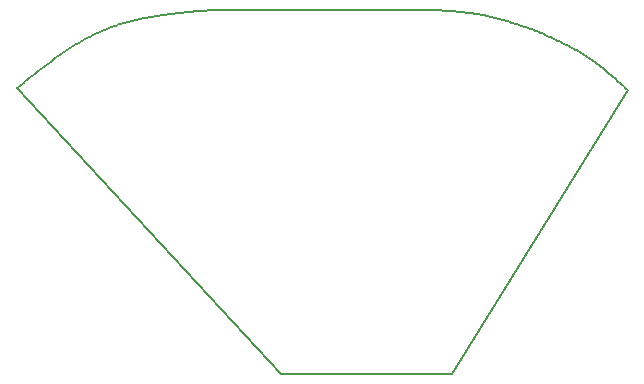
<source format=gbr>
G04 #@! TF.GenerationSoftware,KiCad,Pcbnew,(5.1.5)-3*
G04 #@! TF.CreationDate,2021-10-24T21:59:00+02:00*
G04 #@! TF.ProjectId,seg3,73656733-2e6b-4696-9361-645f70636258,1*
G04 #@! TF.SameCoordinates,Original*
G04 #@! TF.FileFunction,Profile,NP*
%FSLAX46Y46*%
G04 Gerber Fmt 4.6, Leading zero omitted, Abs format (unit mm)*
G04 Created by KiCad (PCBNEW (5.1.5)-3) date 2021-10-24 21:59:00*
%MOMM*%
%LPD*%
G04 APERTURE LIST*
%ADD10C,0.200000*%
G04 APERTURE END LIST*
D10*
X111651561Y-77277622D02*
X134061200Y-101422200D01*
X119133489Y-72289667D02*
X118989485Y-72349313D01*
X118989485Y-72349313D02*
X118849065Y-72409218D01*
X118849065Y-72409218D02*
X118702350Y-72473628D01*
X118702350Y-72473628D02*
X118559201Y-72538255D01*
X118559201Y-72538255D02*
X118420544Y-72602525D01*
X118420544Y-72602525D02*
X118283409Y-72667692D01*
X118283409Y-72667692D02*
X118133276Y-72740855D01*
X118133276Y-72740855D02*
X117992434Y-72811195D01*
X117992434Y-72811195D02*
X117857898Y-72879923D01*
X117857898Y-72879923D02*
X117725767Y-72948869D01*
X117725767Y-72948869D02*
X117594107Y-73018978D01*
X117594107Y-73018978D02*
X117459111Y-73092311D01*
X117459111Y-73092311D02*
X117315138Y-73172118D01*
X117315138Y-73172118D02*
X117184891Y-73245722D01*
X117184891Y-73245722D02*
X117051315Y-73322572D01*
X117051315Y-73322572D02*
X116923804Y-73397210D01*
X116923804Y-73397210D02*
X116796692Y-73472837D01*
X116796692Y-73472837D02*
X116664387Y-73552833D01*
X116664387Y-73552833D02*
X116536209Y-73631560D01*
X116536209Y-73631560D02*
X116409336Y-73710652D01*
X116409336Y-73710652D02*
X116284678Y-73789482D01*
X116284678Y-73789482D02*
X116159447Y-73869766D01*
X116159447Y-73869766D02*
X116036392Y-73949701D01*
X116036392Y-73949701D02*
X115914578Y-74029838D01*
X115914578Y-74029838D02*
X115791254Y-74111967D01*
X115791254Y-74111967D02*
X115656408Y-74202891D01*
X115656408Y-74202891D02*
X115531004Y-74288483D01*
X115531004Y-74288483D02*
X115410432Y-74371691D01*
X115410432Y-74371691D02*
X115291039Y-74454951D01*
X115291039Y-74454951D02*
X115161091Y-74546518D01*
X115161091Y-74546518D02*
X115035046Y-74636262D01*
X115035046Y-74636262D02*
X114917351Y-74720854D01*
X114917351Y-74720854D02*
X114795411Y-74809285D01*
X114795411Y-74809285D02*
X114652260Y-74914085D01*
X114652260Y-74914085D02*
X114530833Y-75003791D01*
X114530833Y-75003791D02*
X114409632Y-75094045D01*
X114409632Y-75094045D02*
X114293975Y-75180810D01*
X114293975Y-75180810D02*
X114174954Y-75270729D01*
X114174954Y-75270729D02*
X114060551Y-75357732D01*
X114060551Y-75357732D02*
X113941010Y-75449230D01*
X113941010Y-75449230D02*
X113806622Y-75552762D01*
X113806622Y-75552762D02*
X113686557Y-75645835D01*
X113686557Y-75645835D02*
X113565768Y-75739986D01*
X113565768Y-75739986D02*
X113449532Y-75831054D01*
X113449532Y-75831054D02*
X113329907Y-75925221D01*
X113329907Y-75925221D02*
X113197242Y-76030148D01*
X113197242Y-76030148D02*
X113074373Y-76127761D01*
X113074373Y-76127761D02*
X112948115Y-76228462D01*
X112948115Y-76228462D02*
X112832480Y-76321018D01*
X112832480Y-76321018D02*
X112720431Y-76410974D01*
X112720431Y-76410974D02*
X112608455Y-76501112D01*
X112608455Y-76501112D02*
X112496544Y-76591413D01*
X112496544Y-76591413D02*
X112384691Y-76681856D01*
X112384691Y-76681856D02*
X112271141Y-76773840D01*
X112271141Y-76773840D02*
X112156765Y-76866643D01*
X112156765Y-76866643D02*
X112028461Y-76970888D01*
X112028461Y-76970888D02*
X111909788Y-77067408D01*
X111909788Y-77067408D02*
X111756242Y-77192386D01*
X111756242Y-77192386D02*
X111651561Y-77277622D01*
X128278072Y-70627012D02*
X128068100Y-70644139D01*
X128068100Y-70644139D02*
X127874395Y-70659997D01*
X127874395Y-70659997D02*
X127674931Y-70676429D01*
X127674931Y-70676429D02*
X127489434Y-70691845D01*
X127489434Y-70691845D02*
X127304007Y-70707430D01*
X127304007Y-70707430D02*
X127114032Y-70723621D01*
X127114032Y-70723621D02*
X126919529Y-70740479D01*
X126919529Y-70740479D02*
X126729787Y-70757244D01*
X126729787Y-70757244D02*
X126542494Y-70774146D01*
X126542494Y-70774146D02*
X126341502Y-70792727D01*
X126341502Y-70792727D02*
X126124560Y-70813354D01*
X126124560Y-70813354D02*
X125940130Y-70831410D01*
X125940130Y-70831410D02*
X125746695Y-70850906D01*
X125746695Y-70850906D02*
X125553503Y-70871000D01*
X125553503Y-70871000D02*
X125369752Y-70890738D01*
X125369752Y-70890738D02*
X125186255Y-70911099D01*
X125186255Y-70911099D02*
X125003023Y-70932124D01*
X125003023Y-70932124D02*
X124820077Y-70953853D01*
X124820077Y-70953853D02*
X124636290Y-70976465D01*
X124636290Y-70976465D02*
X124455103Y-70999578D01*
X124455103Y-70999578D02*
X124273105Y-71023653D01*
X124273105Y-71023653D02*
X124091455Y-71048591D01*
X124091455Y-71048591D02*
X123912434Y-71074104D01*
X123912434Y-71074104D02*
X123728136Y-71101384D01*
X123728136Y-71101384D02*
X123541997Y-71130038D01*
X123541997Y-71130038D02*
X123368663Y-71157761D01*
X123368663Y-71157761D02*
X123188995Y-71187604D01*
X123188995Y-71187604D02*
X123009773Y-71218548D01*
X123009773Y-71218548D02*
X122839936Y-71249000D01*
X122839936Y-71249000D02*
X122668304Y-71280937D01*
X122668304Y-71280937D02*
X122492688Y-71314875D01*
X122492688Y-71314875D02*
X122321991Y-71349131D01*
X122321991Y-71349131D02*
X122153986Y-71384116D01*
X122153986Y-71384116D02*
X121988668Y-71419818D01*
X121988668Y-71419818D02*
X121811766Y-71459478D01*
X121811766Y-71459478D02*
X121648566Y-71497451D01*
X121648566Y-71497451D02*
X121482598Y-71537478D01*
X121482598Y-71537478D02*
X121321520Y-71577742D01*
X121321520Y-71577742D02*
X121160964Y-71619303D01*
X121160964Y-71619303D02*
X121000946Y-71662194D01*
X121000946Y-71662194D02*
X120839328Y-71707056D01*
X120839328Y-71707056D02*
X120682576Y-71752099D01*
X120682576Y-71752099D02*
X120524249Y-71799172D01*
X120524249Y-71799172D02*
X120351620Y-71852372D01*
X120351620Y-71852372D02*
X120197719Y-71901504D01*
X120197719Y-71901504D02*
X120040186Y-71953511D01*
X120040186Y-71953511D02*
X119888543Y-72005272D01*
X119888543Y-72005272D02*
X119737508Y-72058532D01*
X119737508Y-72058532D02*
X119587091Y-72113319D01*
X119587091Y-72113319D02*
X119441455Y-72168079D01*
X119441455Y-72168079D02*
X119295389Y-72224744D01*
X119295389Y-72224744D02*
X119147893Y-72283798D01*
X119147893Y-72283798D02*
X119133489Y-72289667D01*
X146784093Y-70627012D02*
X128278072Y-70627012D01*
X155892527Y-72506532D02*
X155732822Y-72448736D01*
X155732822Y-72448736D02*
X155581979Y-72394207D01*
X155581979Y-72394207D02*
X155422238Y-72336587D01*
X155422238Y-72336587D02*
X155262463Y-72279148D01*
X155262463Y-72279148D02*
X155102636Y-72221950D01*
X155102636Y-72221950D02*
X154942751Y-72165055D01*
X154942751Y-72165055D02*
X154793902Y-72112436D01*
X154793902Y-72112436D02*
X154640531Y-72058627D01*
X154640531Y-72058627D02*
X154486513Y-72005064D01*
X154486513Y-72005064D02*
X154333512Y-71952383D01*
X154333512Y-71952383D02*
X154182069Y-71900810D01*
X154182069Y-71900810D02*
X154030504Y-71849818D01*
X154030504Y-71849818D02*
X153867095Y-71795603D01*
X153867095Y-71795603D02*
X153709110Y-71743999D01*
X153709110Y-71743999D02*
X153557112Y-71695159D01*
X153557112Y-71695159D02*
X153404949Y-71647114D01*
X153404949Y-71647114D02*
X153243648Y-71597167D01*
X153243648Y-71597167D02*
X153072040Y-71545207D01*
X153072040Y-71545207D02*
X152909179Y-71497083D01*
X152909179Y-71497083D02*
X152749460Y-71451075D01*
X152749460Y-71451075D02*
X152569207Y-71400630D01*
X152569207Y-71400630D02*
X152408969Y-71357166D01*
X152408969Y-71357166D02*
X152242811Y-71313530D01*
X152242811Y-71313530D02*
X152082025Y-71272753D01*
X152082025Y-71272753D02*
X151917548Y-71232569D01*
X151917548Y-71232569D02*
X151751619Y-71193654D01*
X151751619Y-71193654D02*
X151578525Y-71154859D01*
X151578525Y-71154859D02*
X151387917Y-71114339D01*
X151387917Y-71114339D02*
X151302168Y-71096887D01*
X163410594Y-77422199D02*
X163277187Y-77300255D01*
X163277187Y-77300255D02*
X163166441Y-77199114D01*
X163166441Y-77199114D02*
X163053668Y-77096288D01*
X163053668Y-77096288D02*
X162943932Y-76996461D01*
X162943932Y-76996461D02*
X162836426Y-76898954D01*
X162836426Y-76898954D02*
X162727207Y-76800248D01*
X162727207Y-76800248D02*
X162617021Y-76701105D01*
X162617021Y-76701105D02*
X162509782Y-76605096D01*
X162509782Y-76605096D02*
X162395991Y-76503809D01*
X162395991Y-76503809D02*
X162288262Y-76408541D01*
X162288262Y-76408541D02*
X162180256Y-76313695D01*
X162180256Y-76313695D02*
X162070348Y-76217925D01*
X162070348Y-76217925D02*
X161962500Y-76124738D01*
X161962500Y-76124738D02*
X161854300Y-76032086D01*
X161854300Y-76032086D02*
X161740081Y-75935250D01*
X161740081Y-75935250D02*
X161627836Y-75841115D01*
X161627836Y-75841115D02*
X161511885Y-75744998D01*
X161511885Y-75744998D02*
X161399498Y-75652980D01*
X161399498Y-75652980D02*
X161288242Y-75563052D01*
X161288242Y-75563052D02*
X161171524Y-75469998D01*
X161171524Y-75469998D02*
X161059176Y-75381723D01*
X161059176Y-75381723D02*
X160946254Y-75294318D01*
X160946254Y-75294318D02*
X160831053Y-75206554D01*
X160831053Y-75206554D02*
X160710157Y-75116024D01*
X160710157Y-75116024D02*
X160589370Y-75027223D01*
X160589370Y-75027223D02*
X160470388Y-74941394D01*
X160470388Y-74941394D02*
X160353223Y-74858506D01*
X160353223Y-74858506D02*
X160232719Y-74774977D01*
X160232719Y-74774977D02*
X160109666Y-74691511D01*
X160109666Y-74691511D02*
X160085304Y-74675207D01*
X151302168Y-71096887D02*
X151130992Y-71063490D01*
X151130992Y-71063490D02*
X150961624Y-71032285D01*
X150961624Y-71032285D02*
X150783203Y-71001300D01*
X150783203Y-71001300D02*
X150610964Y-70973136D01*
X150610964Y-70973136D02*
X150427471Y-70944922D01*
X150427471Y-70944922D02*
X150252394Y-70919638D01*
X150252394Y-70919638D02*
X150067144Y-70894525D01*
X150067144Y-70894525D02*
X149887074Y-70871638D01*
X149887074Y-70871638D02*
X149707823Y-70850259D01*
X149707823Y-70850259D02*
X149525005Y-70829804D01*
X149525005Y-70829804D02*
X149337520Y-70810152D01*
X149337520Y-70810152D02*
X149155307Y-70792240D01*
X149155307Y-70792240D02*
X148968458Y-70775000D01*
X148968458Y-70775000D02*
X148780291Y-70758695D01*
X148780291Y-70758695D02*
X148595252Y-70743602D01*
X148595252Y-70743602D02*
X148405609Y-70729012D01*
X148405609Y-70729012D02*
X148212477Y-70714970D01*
X148212477Y-70714970D02*
X147990306Y-70699700D01*
X147990306Y-70699700D02*
X147794660Y-70686925D01*
X147794660Y-70686925D02*
X147598909Y-70674665D01*
X147598909Y-70674665D02*
X147398623Y-70662557D01*
X147398623Y-70662557D02*
X147202166Y-70651003D01*
X147202166Y-70651003D02*
X146988965Y-70638707D01*
X146988965Y-70638707D02*
X146784093Y-70627012D01*
X160085304Y-74675207D02*
X159964816Y-74595641D01*
X159964816Y-74595641D02*
X159841602Y-74516049D01*
X159841602Y-74516049D02*
X159715163Y-74436140D01*
X159715163Y-74436140D02*
X159590373Y-74358937D01*
X159590373Y-74358937D02*
X159460412Y-74280198D01*
X159460412Y-74280198D02*
X159333150Y-74204653D01*
X159333150Y-74204653D02*
X159203699Y-74129303D01*
X159203699Y-74129303D02*
X159075562Y-74056126D01*
X159075562Y-74056126D02*
X158946282Y-73983634D01*
X158946282Y-73983634D02*
X158814366Y-73910973D01*
X158814366Y-73910973D02*
X158683366Y-73840048D01*
X158683366Y-73840048D02*
X158549765Y-73768905D01*
X158549765Y-73768905D02*
X158417139Y-73699397D01*
X158417139Y-73699397D02*
X158279897Y-73628568D01*
X158279897Y-73628568D02*
X158144196Y-73559560D01*
X158144196Y-73559560D02*
X157997690Y-73486120D01*
X157997690Y-73486120D02*
X157856892Y-73416507D01*
X157856892Y-73416507D02*
X157715661Y-73347556D01*
X157715661Y-73347556D02*
X157576110Y-73280217D01*
X157576110Y-73280217D02*
X157440380Y-73215413D01*
X157440380Y-73215413D02*
X157300144Y-73149109D01*
X157300144Y-73149109D02*
X157163806Y-73085223D01*
X157163806Y-73085223D02*
X157020900Y-73018806D01*
X157020900Y-73018806D02*
X156881959Y-72954702D01*
X156881959Y-72954702D02*
X156740702Y-72889944D01*
X156740702Y-72889944D02*
X156595038Y-72823543D01*
X156595038Y-72823543D02*
X156430187Y-72748770D01*
X156430187Y-72748770D02*
X156286338Y-72683775D01*
X156286338Y-72683775D02*
X156121233Y-72609384D01*
X156121233Y-72609384D02*
X155977239Y-72544614D01*
X155977239Y-72544614D02*
X155892527Y-72506532D01*
X148519032Y-101422200D02*
X163410594Y-77422199D01*
X134061200Y-101422200D02*
X148519032Y-101422200D01*
M02*

</source>
